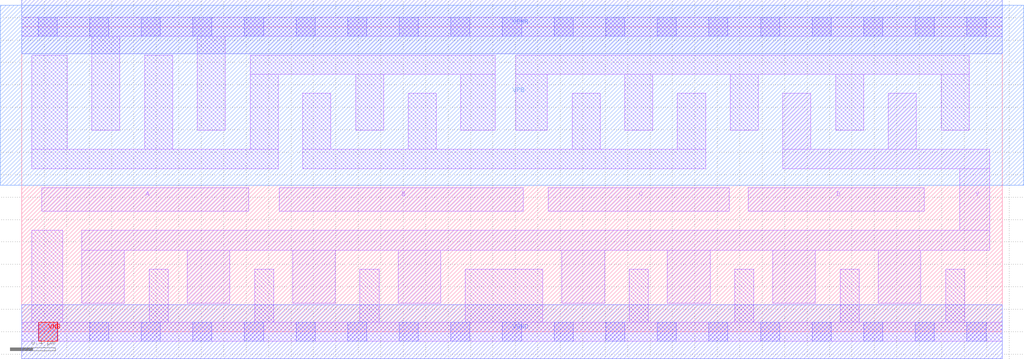
<source format=lef>
# Copyright 2020 The SkyWater PDK Authors
#
# Licensed under the Apache License, Version 2.0 (the "License");
# you may not use this file except in compliance with the License.
# You may obtain a copy of the License at
#
#     https://www.apache.org/licenses/LICENSE-2.0
#
# Unless required by applicable law or agreed to in writing, software
# distributed under the License is distributed on an "AS IS" BASIS,
# WITHOUT WARRANTIES OR CONDITIONS OF ANY KIND, either express or implied.
# See the License for the specific language governing permissions and
# limitations under the License.
#
# SPDX-License-Identifier: Apache-2.0

VERSION 5.7 ;
  NOWIREEXTENSIONATPIN ON ;
  DIVIDERCHAR "/" ;
  BUSBITCHARS "[]" ;
PROPERTYDEFINITIONS
  MACRO maskLayoutSubType STRING ;
  MACRO prCellType STRING ;
  MACRO originalViewName STRING ;
END PROPERTYDEFINITIONS
MACRO sky130_fd_sc_hdll__nor4_4
  CLASS CORE ;
  FOREIGN sky130_fd_sc_hdll__nor4_4 ;
  ORIGIN  0.000000  0.000000 ;
  SIZE  8.740000 BY  2.720000 ;
  SYMMETRY X Y R90 ;
  SITE unithd ;
  PIN A
    ANTENNAGATEAREA  1.110000 ;
    DIRECTION INPUT ;
    USE SIGNAL ;
    PORT
      LAYER li1 ;
        RECT 0.180000 1.075000 2.025000 1.285000 ;
    END
  END A
  PIN B
    ANTENNAGATEAREA  1.110000 ;
    DIRECTION INPUT ;
    USE SIGNAL ;
    PORT
      LAYER li1 ;
        RECT 2.295000 1.075000 4.470000 1.285000 ;
    END
  END B
  PIN C
    ANTENNAGATEAREA  1.110000 ;
    DIRECTION INPUT ;
    USE SIGNAL ;
    PORT
      LAYER li1 ;
        RECT 4.695000 1.075000 6.305000 1.285000 ;
    END
  END C
  PIN D
    ANTENNAGATEAREA  1.110000 ;
    DIRECTION INPUT ;
    USE SIGNAL ;
    PORT
      LAYER li1 ;
        RECT 6.475000 1.075000 8.045000 1.285000 ;
    END
  END D
  PIN VNB
    PORT
      LAYER pwell ;
        RECT 0.150000 -0.085000 0.320000 0.085000 ;
    END
  END VNB
  PIN VPB
    PORT
      LAYER nwell ;
        RECT -0.190000 1.305000 8.930000 2.910000 ;
    END
  END VPB
  PIN Y
    ANTENNADIFFAREA  2.374000 ;
    DIRECTION OUTPUT ;
    USE SIGNAL ;
    PORT
      LAYER li1 ;
        RECT 0.535000 0.255000 0.915000 0.725000 ;
        RECT 0.535000 0.725000 8.630000 0.905000 ;
        RECT 1.475000 0.255000 1.855000 0.725000 ;
        RECT 2.415000 0.255000 2.795000 0.725000 ;
        RECT 3.355000 0.255000 3.735000 0.725000 ;
        RECT 4.815000 0.255000 5.195000 0.725000 ;
        RECT 5.755000 0.255000 6.135000 0.725000 ;
        RECT 6.695000 0.255000 7.075000 0.725000 ;
        RECT 6.785000 1.455000 8.630000 1.625000 ;
        RECT 6.785000 1.625000 7.035000 2.125000 ;
        RECT 7.635000 0.255000 8.015000 0.725000 ;
        RECT 7.725000 1.625000 7.975000 2.125000 ;
        RECT 8.360000 0.905000 8.630000 1.455000 ;
    END
  END Y
  PIN VGND
    DIRECTION INOUT ;
    USE GROUND ;
    PORT
      LAYER met1 ;
        RECT 0.000000 -0.240000 8.740000 0.240000 ;
    END
  END VGND
  PIN VPWR
    DIRECTION INOUT ;
    USE POWER ;
    PORT
      LAYER met1 ;
        RECT 0.000000 2.480000 8.740000 2.960000 ;
    END
  END VPWR
  OBS
    LAYER li1 ;
      RECT 0.000000 -0.085000 8.740000 0.085000 ;
      RECT 0.000000  2.635000 8.740000 2.805000 ;
      RECT 0.090000  0.085000 0.365000 0.905000 ;
      RECT 0.090000  1.455000 2.285000 1.625000 ;
      RECT 0.090000  1.625000 0.405000 2.465000 ;
      RECT 0.625000  1.795000 0.875000 2.635000 ;
      RECT 1.095000  1.625000 1.345000 2.465000 ;
      RECT 1.135000  0.085000 1.305000 0.555000 ;
      RECT 1.565000  1.795000 1.815000 2.635000 ;
      RECT 2.035000  1.625000 2.285000 2.295000 ;
      RECT 2.035000  2.295000 4.220000 2.465000 ;
      RECT 2.075000  0.085000 2.245000 0.555000 ;
      RECT 2.505000  1.455000 6.095000 1.625000 ;
      RECT 2.505000  1.625000 2.755000 2.125000 ;
      RECT 2.975000  1.795000 3.225000 2.295000 ;
      RECT 3.015000  0.085000 3.185000 0.555000 ;
      RECT 3.445000  1.625000 3.695000 2.125000 ;
      RECT 3.915000  1.795000 4.220000 2.295000 ;
      RECT 3.955000  0.085000 4.645000 0.555000 ;
      RECT 4.405000  1.795000 4.685000 2.295000 ;
      RECT 4.405000  2.295000 8.445000 2.465000 ;
      RECT 4.905000  1.625000 5.155000 2.125000 ;
      RECT 5.375000  1.795000 5.625000 2.295000 ;
      RECT 5.415000  0.085000 5.585000 0.555000 ;
      RECT 5.845000  1.625000 6.095000 2.125000 ;
      RECT 6.315000  1.795000 6.565000 2.295000 ;
      RECT 6.355000  0.085000 6.525000 0.555000 ;
      RECT 7.255000  1.795000 7.505000 2.295000 ;
      RECT 7.295000  0.085000 7.465000 0.555000 ;
      RECT 8.195000  1.795000 8.445000 2.295000 ;
      RECT 8.235000  0.085000 8.405000 0.555000 ;
    LAYER mcon ;
      RECT 0.145000 -0.085000 0.315000 0.085000 ;
      RECT 0.145000  2.635000 0.315000 2.805000 ;
      RECT 0.605000 -0.085000 0.775000 0.085000 ;
      RECT 0.605000  2.635000 0.775000 2.805000 ;
      RECT 1.065000 -0.085000 1.235000 0.085000 ;
      RECT 1.065000  2.635000 1.235000 2.805000 ;
      RECT 1.525000 -0.085000 1.695000 0.085000 ;
      RECT 1.525000  2.635000 1.695000 2.805000 ;
      RECT 1.985000 -0.085000 2.155000 0.085000 ;
      RECT 1.985000  2.635000 2.155000 2.805000 ;
      RECT 2.445000 -0.085000 2.615000 0.085000 ;
      RECT 2.445000  2.635000 2.615000 2.805000 ;
      RECT 2.905000 -0.085000 3.075000 0.085000 ;
      RECT 2.905000  2.635000 3.075000 2.805000 ;
      RECT 3.365000 -0.085000 3.535000 0.085000 ;
      RECT 3.365000  2.635000 3.535000 2.805000 ;
      RECT 3.825000 -0.085000 3.995000 0.085000 ;
      RECT 3.825000  2.635000 3.995000 2.805000 ;
      RECT 4.285000 -0.085000 4.455000 0.085000 ;
      RECT 4.285000  2.635000 4.455000 2.805000 ;
      RECT 4.745000 -0.085000 4.915000 0.085000 ;
      RECT 4.745000  2.635000 4.915000 2.805000 ;
      RECT 5.205000 -0.085000 5.375000 0.085000 ;
      RECT 5.205000  2.635000 5.375000 2.805000 ;
      RECT 5.665000 -0.085000 5.835000 0.085000 ;
      RECT 5.665000  2.635000 5.835000 2.805000 ;
      RECT 6.125000 -0.085000 6.295000 0.085000 ;
      RECT 6.125000  2.635000 6.295000 2.805000 ;
      RECT 6.585000 -0.085000 6.755000 0.085000 ;
      RECT 6.585000  2.635000 6.755000 2.805000 ;
      RECT 7.045000 -0.085000 7.215000 0.085000 ;
      RECT 7.045000  2.635000 7.215000 2.805000 ;
      RECT 7.505000 -0.085000 7.675000 0.085000 ;
      RECT 7.505000  2.635000 7.675000 2.805000 ;
      RECT 7.965000 -0.085000 8.135000 0.085000 ;
      RECT 7.965000  2.635000 8.135000 2.805000 ;
      RECT 8.425000 -0.085000 8.595000 0.085000 ;
      RECT 8.425000  2.635000 8.595000 2.805000 ;
  END
  PROPERTY maskLayoutSubType "abstract" ;
  PROPERTY prCellType "standard" ;
  PROPERTY originalViewName "layout" ;
END sky130_fd_sc_hdll__nor4_4
END LIBRARY

</source>
